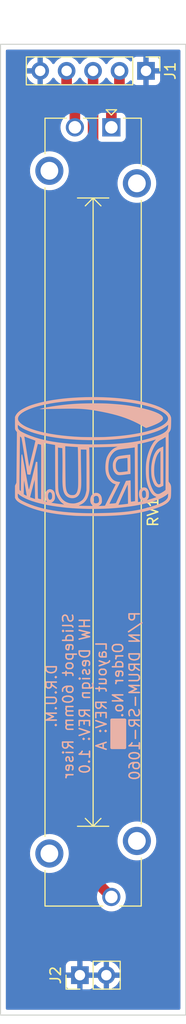
<source format=kicad_pcb>
(kicad_pcb (version 20211014) (generator pcbnew)
  (layers (0 "F.Cu" signal) (31 "B.Cu" signal) (34 "B.Paste" user) (35 "F.Paste" user) (36 "B.SilkS" user "B.Silkscreen") (37 "F.SilkS" user "F.Silkscreen") (38 "B.Mask" user) (39 "F.Mask" user) (44 "Edge.Cuts" user))
  (net 0 "")
  (net 1 "Net-(J1-Pad2)")
  (net 2 "Net-(RV1-Pad2)")
  (net 3 "Net-(RV1-Pad3)")
  (net 4 "GND")
  (footprint "Connector_PinHeader_2.54mm:PinHeader_1x05_P2.54mm_Vertical" (layer "F.Cu") (at 170.175 45.72 -90)
    (fp_text reference "J1" (at 0 -2.33 -90) (layer "F.SilkS"))
    (fp_text value "Conn_01x05_Male")
    (pad "1" thru_hole rect (at 0 0 270) (size 1.7 1.7) (drill 1) (layers *.Cu *.Mask) (net 4 "GND"))
    (pad "2" thru_hole oval (at 0 2.54 270) (size 1.7 1.7) (drill 1) (layers *.Cu *.Mask) (net 1 "Net-(J1-Pad2)"))
    (pad "3" thru_hole oval (at 0 5.08 270) (size 1.7 1.7) (drill 1) (layers *.Cu *.Mask) (net 3 "Net-(RV1-Pad3)"))
    (pad "4" thru_hole oval (at 0 7.62 270) (size 1.7 1.7) (drill 1) (layers *.Cu *.Mask) (net 2 "Net-(RV1-Pad2)"))
    (pad "5" thru_hole oval (at 0 10.16 270) (size 1.7 1.7) (drill 1) (layers *.Cu *.Mask) (net 4 "GND"))
  )
  (footprint "Connector_PinHeader_2.54mm:PinHeader_1x02_P2.54mm_Vertical" (layer "F.Cu") (at 163.83 132.08 90)
    (fp_text reference "J2" (at 0 -2.33 90) (layer "F.SilkS"))
    (fp_text value "Conn_01x02")
    (pad "1" thru_hole rect (at 0 0 90) (size 1.7 1.7) (drill 1) (layers *.Cu *.Mask) (net 4 "GND"))
    (pad "2" thru_hole oval (at 0 2.54 90) (size 1.7 1.7) (drill 1) (layers *.Cu *.Mask) (net 4 "GND"))
  )
  (footprint "Potentiometer_THT:Potentiometer_Bourns_PTA6043_Single_Slide" (layer "F.Cu") (at 166.85 51.11 -90)
    (fp_text reference "RV1" (at 36.75 -4 90) (layer "F.SilkS"))
    (fp_text value "R_Potentiometer")
    (pad "1" thru_hole rect (at 0 0 270) (size 1.75 1.75) (drill 1.2) (layers *.Cu *.Mask) (net 1 "Net-(J1-Pad2)"))
    (pad "2" thru_hole circle (at 0 3.5 270) (size 1.75 1.75) (drill 1.2) (layers *.Cu *.Mask) (net 2 "Net-(RV1-Pad2)"))
    (pad "3" thru_hole circle (at 73.5 0 270) (size 1.75 1.75) (drill 1.2) (layers *.Cu *.Mask) (net 3 "Net-(RV1-Pad3)"))
    (pad "MP" thru_hole circle (at 5.35 -2.45 270) (size 2.7 2.7) (drill 1.7) (layers *.Cu *.Mask))
    (pad "MP" thru_hole circle (at 69.35 5.95 270) (size 2.7 2.7) (drill 1.7) (layers *.Cu *.Mask))
    (pad "MP" thru_hole circle (at 4.15 5.95 270) (size 2.7 2.7) (drill 1.7) (layers *.Cu *.Mask))
    (pad "MP" thru_hole circle (at 68.15 -2.45 270) (size 2.7 2.7) (drill 1.7) (layers *.Cu *.Mask))
  )
  (footprint "LOGO" (layer "B.Cu") (at 165.1 82.55 180)
    (fp_text reference "G***" hide)
    (fp_text value "LOGO" hide)
  )
  (gr_rect (start 156.21 43.18) (end 173.99 135.89) (layer "Edge.Cuts") (width 0.1) (fill none))
  (gr_text "D.R.U.M.\nSlidepot 60mm Riser\nHW Design REV: 1.0\nLayout REV: A\nOrder No.    \nP/N DRUM-SR-1060" (at 165.1 105.41 90) (layer "B.SilkS") (effects (font (size 0.9906 0.9906) (thickness 0.14986)) (justify mirror)))
  (segment (start 166.85 48.415) (end 166.85 51.11) (width 1.016) (layer "F.Cu") (net 1))
  (segment (start 167.625 45.72) (end 167.625 47.64) (width 1.016) (layer "F.Cu") (net 1))
  (segment (start 167.625 47.64) (end 166.85 48.415) (width 1.016) (layer "F.Cu") (net 1))
  (segment (start 162.555 48.255) (end 162.555 45.72) (width 1.016) (layer "F.Cu") (net 2))
  (segment (start 163.35 51.11) (end 163.35 49.05) (width 1.016) (layer "F.Cu") (net 2))
  (segment (start 163.35 49.05) (end 162.555 48.255) (width 1.016) (layer "F.Cu") (net 2))
  (segment (start 165.095 122.855) (end 166.85 124.61) (width 1.016) (layer "F.Cu") (net 3))
  (segment (start 165.095 45.72) (end 165.095 122.855) (width 1.016) (layer "F.Cu") (net 3))
  (zone (net 4) (net_name "GND") (layers F&B.Cu) (connect_pads (clearance 0.508)) (min_thickness 0.254) (fill yes (thermal_gap 0.508) (thermal_bridge_width 0.508))
    (polygon (pts (xy 173.99 135.89) (xy 156.21 135.89) (xy 156.21 43.18) (xy 173.99 43.18)))
  )
  (zone (net 0) (net_name "") (layer "B.SilkS") (connect_pads (clearance 0.508)) (min_thickness 0.254) (fill yes (thermal_gap 0.508) (thermal_bridge_width 0.508))
    (polygon (pts (xy 168.275 110.49) (xy 166.751 110.49) (xy 166.751 107.569) (xy 168.275 107.569)))
  )
)
</source>
